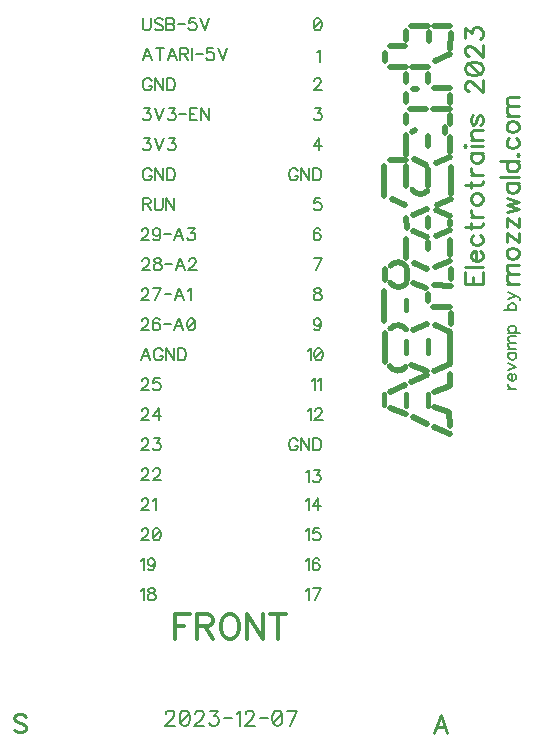
<source format=gbr>
G04 DipTrace 3.3.1.3*
G04 TopSilk.gbr*
%MOIN*%
G04 #@! TF.FileFunction,Legend,Top*
G04 #@! TF.Part,Single*
%ADD14C,0.015748*%
%ADD27C,0.019685*%
%ADD50C,0.009264*%
%ADD51C,0.006176*%
%ADD52C,0.00772*%
%ADD53C,0.012351*%
%FSLAX26Y26*%
G04*
G70*
G90*
G75*
G01*
G04 TopSilk*
%LPD*%
X1958485Y2191705D2*
D27*
Y2092059D1*
X2029968Y2129102D2*
D14*
X2030082Y2162864D1*
X2121868Y2140447D2*
D27*
X2178448Y2140173D1*
X2179519Y2084131D2*
Y2119943D1*
X1957961Y1812802D2*
D14*
X1957915Y1848478D1*
X1976623Y1804600D2*
D27*
X2029398Y1781910D1*
X2053074Y1773162D2*
X2102203Y1750471D1*
X2124511Y1739536D2*
X2175919Y1716846D1*
X2029854Y1810478D2*
D14*
X2029922Y1849435D1*
X2103570Y1810478D2*
X2103729Y1850528D1*
X2125423Y1807334D2*
D27*
X2175463Y1789154D1*
X2176374Y1744047D1*
X2123600Y1855586D2*
X2176374Y1876089D1*
X2176830Y1916549D1*
X1977991Y1856953D2*
X2028942Y1879233D1*
X2047992Y1888254D2*
X2101223Y1912585D1*
X2123600Y1924751D2*
X2178197Y1949355D1*
X2177742Y2055836D1*
X2127679Y2079893D1*
X2030971Y1987765D2*
D14*
X2030515Y2025081D1*
X2104686Y1987765D2*
X2104732Y2028361D1*
X2048220Y1946621D2*
D27*
X2101223Y1925434D1*
X2054783Y2062397D2*
X2100767Y2083447D1*
X1959397Y2054332D2*
Y1954686D1*
X1976692Y1942384D2*
G03X2029467Y1939240I27590J18622D01*
G01*
X2030857Y2064447D2*
G03X1978082Y2067591I-27590J-18622D01*
G01*
X2123144Y2211525D2*
X2179724Y2211252D1*
X2179952Y2232029D2*
X2179724Y2265108D1*
X2097303Y2201547D2*
X2054464Y2219590D1*
X2104413Y2161087D2*
X2104436Y2184461D1*
X2099423Y2267842D2*
X2056583Y2286021D1*
X2128750Y2272079D2*
X2177559Y2293949D1*
X2178152Y2314589D2*
Y2364618D1*
X2100858Y2373093D2*
X2055740Y2393049D1*
X2105233Y2332632D2*
X2104983Y2357920D1*
X2031449Y2302971D2*
X2031221Y2366531D1*
X1959305Y2229568D2*
Y2266065D1*
X2026094Y2480121D2*
X1983255Y2498164D1*
X2098785Y2613256D2*
X2055945Y2631436D1*
X2101086Y2466862D2*
X2053735Y2446495D1*
X2032771Y2404258D2*
X2032269Y2436107D1*
X2104618Y2404941D2*
X2104094Y2436653D1*
X2176921Y2395510D2*
X2129570Y2375143D1*
X2176420Y2442941D2*
X2131279Y2462898D1*
X2177969Y2411502D2*
Y2427632D1*
X1978492Y2220957D2*
G03X2031267Y2217813I27590J18622D01*
G01*
X2031996Y2274266D2*
G03X1979198Y2277410I-27603J-18652D01*
G01*
X2032839Y2230115D2*
Y2266475D1*
X1958895Y2508142D2*
X1958804Y2609019D1*
X2030879Y2544501D2*
X2030674Y2610112D1*
X2030173Y2647975D2*
X2029968Y2713450D1*
X2031130Y2628839D2*
X1977193Y2628976D1*
X2103274Y2544501D2*
X2103524Y2599587D1*
X2052185Y2530696D2*
G03X2102271Y2526322I26750J17354D01*
G01*
X2180134Y2499804D2*
X2132806Y2479437D1*
X2179747Y2517710D2*
X2179656Y2604782D1*
X2176762Y2639501D2*
X2129410Y2619134D1*
X2179063Y2657817D2*
X2178630Y2707982D1*
X2177673Y2748169D2*
X2177833Y2779334D1*
X2159740Y2720284D2*
Y2739284D1*
X2051342Y2721651D2*
X2060867Y2729169D1*
X2105119Y2677500D2*
X2104709Y2710716D1*
X2030264Y2752270D2*
X2030241Y2780838D1*
X2045144Y2798607D2*
X2098078D1*
X2119475Y2798471D2*
X2178471Y2798607D1*
X2054099Y2867772D2*
X2068751D1*
X2029649Y2822255D2*
Y2850823D1*
X2031153Y2889096D2*
Y2917664D1*
X2105233Y2889096D2*
Y2917664D1*
X2124785Y2868046D2*
X2177719D1*
X2177445Y2819248D2*
X2177423Y2847816D1*
X2051456Y2938851D2*
X2104413D1*
X1976623D2*
X2029580D1*
X1975872Y3009930D2*
X2028829D1*
X2046944Y3077181D2*
X2104481Y3076771D1*
X2125537Y3077181D2*
X2178494D1*
X2127041Y2959081D2*
X2177810Y2981635D1*
X1960467Y2958671D2*
X1960445Y2987239D1*
X2029284Y3031253D2*
X2029261Y3059821D1*
X2107125Y3027152D2*
X2107102Y3055721D1*
X2178562Y3000908D2*
X2179314Y3053534D1*
X2226975Y2255148D2*
D50*
Y2217874D1*
X2287263D1*
Y2255147D1*
X2255693Y2217874D2*
Y2240822D1*
X2226975Y2273675D2*
X2287263D1*
X2264315Y2292202D2*
Y2326624D1*
X2258545D1*
X2252775Y2323772D1*
X2249923Y2320920D1*
X2247071Y2315150D1*
Y2306528D1*
X2249923Y2300824D1*
X2255693Y2295054D1*
X2264315Y2292202D1*
X2270019D1*
X2278641Y2295054D1*
X2284345Y2300824D1*
X2287263Y2306528D1*
Y2315150D1*
X2284345Y2320920D1*
X2278641Y2326624D1*
X2255693Y2379639D2*
X2249923Y2373869D1*
X2247071Y2368099D1*
Y2359543D1*
X2249923Y2353773D1*
X2255693Y2348069D1*
X2264315Y2345151D1*
X2270019D1*
X2278641Y2348069D1*
X2284345Y2353773D1*
X2287263Y2359543D1*
Y2368099D1*
X2284345Y2373869D1*
X2278641Y2379639D1*
X2226975Y2406788D2*
X2275789D1*
X2284345Y2409640D1*
X2287263Y2415410D1*
Y2421114D1*
X2247071Y2398166D2*
Y2418262D1*
Y2439641D2*
X2287263D1*
X2264315D2*
X2255693Y2442559D1*
X2249923Y2448263D1*
X2247071Y2454033D1*
Y2462655D1*
Y2495508D2*
X2249923Y2489804D1*
X2255693Y2484034D1*
X2264315Y2481182D1*
X2270019D1*
X2278641Y2484034D1*
X2284345Y2489804D1*
X2287263Y2495508D1*
Y2504130D1*
X2284345Y2509900D1*
X2278641Y2515604D1*
X2270019Y2518522D1*
X2264315D1*
X2255693Y2515604D1*
X2249923Y2509900D1*
X2247071Y2504130D1*
Y2495508D1*
X2226975Y2545671D2*
X2275789D1*
X2284345Y2548523D1*
X2287263Y2554294D1*
Y2559997D1*
X2247071Y2537049D2*
Y2557145D1*
Y2578524D2*
X2287263D1*
X2264315D2*
X2255693Y2581443D1*
X2249923Y2587146D1*
X2247071Y2592917D1*
Y2601539D1*
Y2654488D2*
X2287263D1*
X2255693D2*
X2249923Y2648784D1*
X2247071Y2643014D1*
Y2634458D1*
X2249923Y2628688D1*
X2255693Y2622984D1*
X2264315Y2620066D1*
X2270019D1*
X2278641Y2622984D1*
X2284345Y2628688D1*
X2287263Y2634458D1*
Y2643014D1*
X2284345Y2648784D1*
X2278641Y2654488D1*
X2226975Y2673015D2*
X2229827Y2675867D1*
X2226975Y2678785D1*
X2224057Y2675867D1*
X2226975Y2673015D1*
X2247071Y2675867D2*
X2287263D1*
X2247071Y2697312D2*
X2287263D1*
X2258545D2*
X2249923Y2705934D1*
X2247071Y2711704D1*
Y2720260D1*
X2249923Y2726030D1*
X2258545Y2728882D1*
X2287263D1*
X2255693Y2778979D2*
X2249923Y2776127D1*
X2247071Y2767505D1*
Y2758883D1*
X2249923Y2750261D1*
X2255693Y2747409D1*
X2261397Y2750261D1*
X2264315Y2756031D1*
X2267167Y2770357D1*
X2270019Y2776127D1*
X2275789Y2778979D1*
X2278641D1*
X2284345Y2776127D1*
X2287263Y2767505D1*
Y2758883D1*
X2284345Y2750261D1*
X2278641Y2747409D1*
X2241367Y2858745D2*
X2238515D1*
X2232745Y2861597D1*
X2229893Y2864449D1*
X2227041Y2870219D1*
Y2881693D1*
X2229893Y2887397D1*
X2232745Y2890249D1*
X2238515Y2893167D1*
X2244219D1*
X2249989Y2890249D1*
X2258545Y2884545D1*
X2287263Y2855827D1*
Y2896019D1*
X2227041Y2931790D2*
X2229893Y2923168D1*
X2238515Y2917398D1*
X2252841Y2914546D1*
X2261463D1*
X2275789Y2917398D1*
X2284411Y2923168D1*
X2287263Y2931790D1*
Y2937494D1*
X2284411Y2946116D1*
X2275789Y2951820D1*
X2261463Y2954738D1*
X2252841D1*
X2238515Y2951820D1*
X2229893Y2946116D1*
X2227041Y2937494D1*
Y2931790D1*
X2238515Y2951820D2*
X2275789Y2917398D1*
X2241367Y2976184D2*
X2238515D1*
X2232745Y2979036D1*
X2229893Y2981887D1*
X2227041Y2987658D1*
Y2999132D1*
X2229893Y3004835D1*
X2232745Y3007687D1*
X2238515Y3010606D1*
X2244219D1*
X2249989Y3007687D1*
X2258545Y3001983D1*
X2287263Y2973265D1*
Y3013457D1*
X2227041Y3037755D2*
Y3069258D1*
X2249989Y3052081D1*
Y3060703D1*
X2252841Y3066406D1*
X2255693Y3069258D1*
X2264315Y3072177D1*
X2270019D1*
X2278641Y3069258D1*
X2284411Y3063554D1*
X2287263Y3054932D1*
Y3046310D1*
X2284411Y3037755D1*
X2281493Y3034903D1*
X2275789Y3031985D1*
X2371089Y1866331D2*
D51*
X2397884D1*
X2382585D2*
X2376837Y1868277D1*
X2372990Y1872079D1*
X2371089Y1875926D1*
Y1881674D1*
X2382585Y1894025D2*
Y1916973D1*
X2378738D1*
X2374892Y1915072D1*
X2372990Y1913171D1*
X2371089Y1909324D1*
Y1903576D1*
X2372990Y1899773D1*
X2376837Y1895927D1*
X2382585Y1894025D1*
X2386388D1*
X2392136Y1895927D1*
X2395938Y1899773D1*
X2397884Y1903576D1*
Y1909324D1*
X2395938Y1913171D1*
X2392136Y1916973D1*
X2371089Y1929325D2*
X2397884Y1940821D1*
X2371089Y1952273D1*
Y1987572D2*
X2397884D1*
X2376837D2*
X2372990Y1983769D1*
X2371089Y1979923D1*
Y1974219D1*
X2372990Y1970372D1*
X2376837Y1966569D1*
X2382585Y1964624D1*
X2386388D1*
X2392136Y1966569D1*
X2395938Y1970372D1*
X2397884Y1974219D1*
Y1979923D1*
X2395938Y1983769D1*
X2392136Y1987572D1*
X2371089Y1999923D2*
X2397884D1*
X2378738D2*
X2372990Y2005671D1*
X2371089Y2009518D1*
Y2015222D1*
X2372990Y2019069D1*
X2378738Y2020970D1*
X2397884D1*
X2378738D2*
X2372990Y2026718D1*
X2371089Y2030565D1*
Y2036268D1*
X2372990Y2040115D1*
X2378738Y2042061D1*
X2397884D1*
X2371089Y2054412D2*
X2411281D1*
X2376837D2*
X2373034Y2058259D1*
X2371089Y2062061D1*
Y2067809D1*
X2373034Y2071656D1*
X2376837Y2075459D1*
X2382585Y2077404D1*
X2386432D1*
X2392136Y2075459D1*
X2395982Y2071656D1*
X2397884Y2067809D1*
Y2062061D1*
X2395982Y2058259D1*
X2392136Y2054412D1*
X2357692Y2128636D2*
X2397884D1*
X2376837D2*
X2372990Y2132483D1*
X2371089Y2136286D1*
Y2142034D1*
X2372990Y2145836D1*
X2376837Y2149683D1*
X2382585Y2151584D1*
X2386388D1*
X2392136Y2149683D1*
X2395938Y2145836D1*
X2397884Y2142034D1*
Y2136286D1*
X2395938Y2132483D1*
X2392136Y2128636D1*
X2371089Y2165881D2*
X2397884Y2177333D1*
X2405533Y2173530D1*
X2409380Y2169684D1*
X2411281Y2165881D1*
Y2163936D1*
X2371089Y2188829D2*
X2397884Y2177333D1*
X1229760Y781912D2*
D52*
Y784289D1*
X1232137Y789097D1*
X1234513Y791474D1*
X1239322Y793851D1*
X1248883D1*
X1253637Y791474D1*
X1256013Y789097D1*
X1258445Y784289D1*
Y779536D1*
X1256013Y774727D1*
X1251260Y767598D1*
X1227328Y743666D1*
X1260822D1*
X1290631Y793851D2*
X1283446Y791474D1*
X1278637Y784289D1*
X1276261Y772351D1*
Y765166D1*
X1278637Y753228D1*
X1283446Y746042D1*
X1290631Y743666D1*
X1295384D1*
X1302569Y746042D1*
X1307322Y753228D1*
X1309754Y765166D1*
Y772351D1*
X1307322Y784289D1*
X1302569Y791474D1*
X1295384Y793851D1*
X1290631D1*
X1307322Y784289D2*
X1278637Y753228D1*
X1327625Y781912D2*
Y784289D1*
X1330002Y789097D1*
X1332379Y791474D1*
X1337187Y793851D1*
X1346749D1*
X1351502Y791474D1*
X1353878Y789097D1*
X1356310Y784289D1*
Y779536D1*
X1353878Y774727D1*
X1349125Y767598D1*
X1325193Y743666D1*
X1358687D1*
X1378935Y793851D2*
X1405188D1*
X1390873Y774727D1*
X1398058D1*
X1402811Y772351D1*
X1405188Y769974D1*
X1407619Y762789D1*
Y758036D1*
X1405188Y750851D1*
X1400434Y746042D1*
X1393249Y743666D1*
X1386064D1*
X1378935Y746042D1*
X1376558Y748474D1*
X1374126Y753228D1*
X1423059Y768758D2*
X1450693D1*
X1466133Y784289D2*
X1470941Y786721D1*
X1478126Y793851D1*
Y743666D1*
X1495997Y781912D2*
Y784289D1*
X1498374Y789097D1*
X1500750Y791474D1*
X1505559Y793851D1*
X1515121D1*
X1519874Y791474D1*
X1522250Y789097D1*
X1524682Y784289D1*
Y779536D1*
X1522250Y774727D1*
X1517497Y767598D1*
X1493565Y743666D1*
X1527059D1*
X1542498Y768758D2*
X1570133D1*
X1599942Y793851D2*
X1592757Y791474D1*
X1587949Y784289D1*
X1585572Y772351D1*
Y765166D1*
X1587949Y753228D1*
X1592757Y746042D1*
X1599942Y743666D1*
X1604695D1*
X1611880Y746042D1*
X1616633Y753228D1*
X1619065Y765166D1*
Y772351D1*
X1616633Y784289D1*
X1611880Y791474D1*
X1604695Y793851D1*
X1599942D1*
X1616633Y784289D2*
X1587949Y753228D1*
X1644066Y743666D2*
X1667998Y793851D1*
X1634505D1*
X1153731Y3102279D2*
D51*
Y3073583D1*
X1155632Y3067835D1*
X1159479Y3064032D1*
X1165227Y3062087D1*
X1169030D1*
X1174778Y3064032D1*
X1178624Y3067835D1*
X1180526Y3073583D1*
Y3102279D1*
X1219672Y3096531D2*
X1215869Y3100377D1*
X1210121Y3102279D1*
X1202472D1*
X1196724Y3100377D1*
X1192877Y3096531D1*
Y3092728D1*
X1194822Y3088881D1*
X1196724Y3086980D1*
X1200526Y3085079D1*
X1212022Y3081232D1*
X1215869Y3079331D1*
X1217770Y3077385D1*
X1219672Y3073583D1*
Y3067835D1*
X1215869Y3064032D1*
X1210121Y3062087D1*
X1202472D1*
X1196724Y3064032D1*
X1192877Y3067835D1*
X1232023Y3102279D2*
Y3062087D1*
X1249267D1*
X1255015Y3064032D1*
X1256916Y3065933D1*
X1258818Y3069736D1*
Y3075484D1*
X1256916Y3079331D1*
X1255015Y3081232D1*
X1249267Y3083133D1*
X1255015Y3085079D1*
X1256916Y3086980D1*
X1258818Y3090783D1*
Y3094629D1*
X1256916Y3098432D1*
X1255015Y3100377D1*
X1249267Y3102279D1*
X1232023D1*
Y3083133D2*
X1249267D1*
X1271169Y3082161D2*
X1293277D1*
X1328576Y3102234D2*
X1309475D1*
X1307574Y3085035D1*
X1309475Y3086936D1*
X1315223Y3088881D1*
X1320927D1*
X1326675Y3086936D1*
X1330522Y3083133D1*
X1332423Y3077385D1*
Y3073583D1*
X1330522Y3067835D1*
X1326675Y3063988D1*
X1320927Y3062087D1*
X1315223D1*
X1309475Y3063988D1*
X1307574Y3065933D1*
X1305628Y3069736D1*
X1344774Y3102279D2*
X1360073Y3062087D1*
X1375372Y3102279D1*
X1184372Y2962087D2*
X1169030Y3002279D1*
X1153731Y2962087D1*
X1159479Y2975484D2*
X1178624D1*
X1210121Y3002279D2*
Y2962087D1*
X1196724Y3002279D2*
X1223518D1*
X1266511Y2962087D2*
X1251168Y3002279D1*
X1235870Y2962087D1*
X1241618Y2975484D2*
X1260763D1*
X1278863Y2983133D2*
X1296062D1*
X1301811Y2985079D1*
X1303756Y2986980D1*
X1305657Y2990783D1*
Y2994629D1*
X1303756Y2998432D1*
X1301811Y3000377D1*
X1296062Y3002279D1*
X1278863D1*
Y2962087D1*
X1292260Y2983133D2*
X1305657Y2962087D1*
X1318009Y3002279D2*
Y2962087D1*
X1330360Y2982161D2*
X1352468D1*
X1387767Y3002234D2*
X1368666D1*
X1366765Y2985035D1*
X1368666Y2986936D1*
X1374414Y2988881D1*
X1380118D1*
X1385866Y2986936D1*
X1389713Y2983133D1*
X1391614Y2977385D1*
Y2973583D1*
X1389713Y2967835D1*
X1385866Y2963988D1*
X1380118Y2962087D1*
X1374414D1*
X1368666Y2963988D1*
X1366765Y2965933D1*
X1364819Y2969736D1*
X1403965Y3002279D2*
X1419264Y2962087D1*
X1434563Y3002279D1*
X1182427Y2892728D2*
X1180526Y2896531D1*
X1176679Y2900377D1*
X1172876Y2902279D1*
X1165227D1*
X1161380Y2900377D1*
X1157578Y2896531D1*
X1155632Y2892728D1*
X1153731Y2886980D1*
Y2877385D1*
X1155632Y2871681D1*
X1157578Y2867835D1*
X1161380Y2864032D1*
X1165227Y2862087D1*
X1172876D1*
X1176679Y2864032D1*
X1180526Y2867835D1*
X1182427Y2871681D1*
Y2877385D1*
X1172876D1*
X1221573Y2902279D2*
Y2862087D1*
X1194778Y2902279D1*
Y2862087D1*
X1233924Y2902279D2*
Y2862087D1*
X1247322D1*
X1253070Y2864032D1*
X1256916Y2867835D1*
X1258818Y2871681D1*
X1260719Y2877385D1*
Y2886980D1*
X1258818Y2892728D1*
X1256916Y2896531D1*
X1253070Y2900377D1*
X1247322Y2902279D1*
X1233924D1*
X1157578Y2802234D2*
X1178580D1*
X1167128Y2786936D1*
X1172876D1*
X1176679Y2785035D1*
X1178580Y2783133D1*
X1180526Y2777385D1*
Y2773583D1*
X1178580Y2767835D1*
X1174778Y2763988D1*
X1169030Y2762087D1*
X1163281D1*
X1157578Y2763988D1*
X1155676Y2765933D1*
X1153731Y2769736D1*
X1192877Y2802279D2*
X1208176Y2762087D1*
X1223474Y2802279D1*
X1239672Y2802234D2*
X1260675D1*
X1249223Y2786936D1*
X1254971D1*
X1258773Y2785035D1*
X1260675Y2783133D1*
X1262620Y2777385D1*
Y2773583D1*
X1260675Y2767835D1*
X1256872Y2763988D1*
X1251124Y2762087D1*
X1245376D1*
X1239672Y2763988D1*
X1237771Y2765933D1*
X1235826Y2769736D1*
X1274972Y2782161D2*
X1297079D1*
X1334280Y2802279D2*
X1309431D1*
Y2762087D1*
X1334280D1*
X1309431Y2783133D2*
X1324729D1*
X1373426Y2802279D2*
Y2762087D1*
X1346631Y2802279D1*
Y2762087D1*
X1157578Y2702234D2*
X1178580D1*
X1167128Y2686936D1*
X1172876D1*
X1176679Y2685035D1*
X1178580Y2683133D1*
X1180526Y2677385D1*
Y2673583D1*
X1178580Y2667835D1*
X1174778Y2663988D1*
X1169030Y2662087D1*
X1163281D1*
X1157578Y2663988D1*
X1155676Y2665933D1*
X1153731Y2669736D1*
X1192877Y2702279D2*
X1208176Y2662087D1*
X1223474Y2702279D1*
X1239672Y2702234D2*
X1260675D1*
X1249223Y2686936D1*
X1254971D1*
X1258773Y2685035D1*
X1260675Y2683133D1*
X1262620Y2677385D1*
Y2673583D1*
X1260675Y2667835D1*
X1256872Y2663988D1*
X1251124Y2662087D1*
X1245376D1*
X1239672Y2663988D1*
X1237771Y2665933D1*
X1235826Y2669736D1*
X1182427Y2592728D2*
X1180526Y2596531D1*
X1176679Y2600377D1*
X1172876Y2602279D1*
X1165227D1*
X1161380Y2600377D1*
X1157578Y2596531D1*
X1155632Y2592728D1*
X1153731Y2586980D1*
Y2577385D1*
X1155632Y2571681D1*
X1157578Y2567835D1*
X1161380Y2564032D1*
X1165227Y2562087D1*
X1172876D1*
X1176679Y2564032D1*
X1180526Y2567835D1*
X1182427Y2571681D1*
Y2577385D1*
X1172876D1*
X1221573Y2602279D2*
Y2562087D1*
X1194778Y2602279D1*
Y2562087D1*
X1233924Y2602279D2*
Y2562087D1*
X1247322D1*
X1253070Y2564032D1*
X1256916Y2567835D1*
X1258818Y2571681D1*
X1260719Y2577385D1*
Y2586980D1*
X1258818Y2592728D1*
X1256916Y2596531D1*
X1253070Y2600377D1*
X1247322Y2602279D1*
X1233924D1*
X1153731Y2483133D2*
X1170931D1*
X1176679Y2485079D1*
X1178624Y2486980D1*
X1180526Y2490783D1*
Y2494629D1*
X1178624Y2498432D1*
X1176679Y2500377D1*
X1170931Y2502279D1*
X1153731D1*
Y2462087D1*
X1167128Y2483133D2*
X1180526Y2462087D1*
X1192877Y2502279D2*
Y2473583D1*
X1194778Y2467835D1*
X1198625Y2464032D1*
X1204373Y2462087D1*
X1208176D1*
X1213924Y2464032D1*
X1217770Y2467835D1*
X1219672Y2473583D1*
Y2502279D1*
X1258818D2*
Y2462087D1*
X1232023Y2502279D1*
Y2462087D1*
X1149427Y2392684D2*
Y2394585D1*
X1151328Y2398432D1*
X1153230Y2400333D1*
X1157076Y2402234D1*
X1164726D1*
X1168528Y2400333D1*
X1170429Y2398432D1*
X1172375Y2394585D1*
Y2390783D1*
X1170429Y2386936D1*
X1166627Y2381232D1*
X1147482Y2362087D1*
X1174276D1*
X1211521Y2388881D2*
X1209576Y2383133D1*
X1205773Y2379286D1*
X1200025Y2377385D1*
X1198124D1*
X1192376Y2379286D1*
X1188573Y2383133D1*
X1186628Y2388881D1*
Y2390783D1*
X1188573Y2396531D1*
X1192376Y2400333D1*
X1198124Y2402234D1*
X1200025D1*
X1205773Y2400333D1*
X1209576Y2396531D1*
X1211521Y2388881D1*
Y2379286D1*
X1209576Y2369736D1*
X1205773Y2363988D1*
X1200025Y2362087D1*
X1196222D1*
X1190474Y2363988D1*
X1188573Y2367835D1*
X1223872Y2382161D2*
X1245980D1*
X1288973Y2362087D2*
X1273630Y2402279D1*
X1258332Y2362087D1*
X1264080Y2375484D2*
X1283225D1*
X1305171Y2402234D2*
X1326174D1*
X1314722Y2386936D1*
X1320470D1*
X1324272Y2385035D1*
X1326174Y2383133D1*
X1328119Y2377385D1*
Y2373583D1*
X1326174Y2367835D1*
X1322371Y2363988D1*
X1316623Y2362087D1*
X1310875D1*
X1305171Y2363988D1*
X1303270Y2365933D1*
X1301324Y2369736D1*
X1151884Y2292684D2*
Y2294585D1*
X1153785Y2298432D1*
X1155686Y2300333D1*
X1159533Y2302234D1*
X1167182D1*
X1170985Y2300333D1*
X1172886Y2298432D1*
X1174832Y2294585D1*
Y2290783D1*
X1172886Y2286936D1*
X1169084Y2281232D1*
X1149938Y2262087D1*
X1176733D1*
X1198635Y2302234D2*
X1192931Y2300333D1*
X1190986Y2296531D1*
Y2292684D1*
X1192931Y2288881D1*
X1196734Y2286936D1*
X1204383Y2285035D1*
X1210131Y2283133D1*
X1213933Y2279286D1*
X1215835Y2275484D1*
Y2269736D1*
X1213933Y2265933D1*
X1212032Y2263988D1*
X1206284Y2262087D1*
X1198635D1*
X1192931Y2263988D1*
X1190986Y2265933D1*
X1189084Y2269736D1*
Y2275484D1*
X1190986Y2279286D1*
X1194832Y2283133D1*
X1200536Y2285035D1*
X1208185Y2286936D1*
X1212032Y2288881D1*
X1213933Y2292684D1*
Y2296531D1*
X1212032Y2300333D1*
X1206284Y2302234D1*
X1198635D1*
X1228186Y2282161D2*
X1250294D1*
X1293287Y2262087D2*
X1277944Y2302279D1*
X1262645Y2262087D1*
X1268393Y2275484D2*
X1287539D1*
X1307584Y2292684D2*
Y2294585D1*
X1309485Y2298432D1*
X1311386Y2300333D1*
X1315233Y2302234D1*
X1322882D1*
X1326685Y2300333D1*
X1328586Y2298432D1*
X1330532Y2294585D1*
Y2290783D1*
X1328586Y2286936D1*
X1324784Y2281232D1*
X1305638Y2262087D1*
X1332433D1*
X1149427Y2192684D2*
Y2194585D1*
X1151328Y2198432D1*
X1153230Y2200333D1*
X1157076Y2202234D1*
X1164726D1*
X1168528Y2200333D1*
X1170429Y2198432D1*
X1172375Y2194585D1*
Y2190783D1*
X1170429Y2186936D1*
X1166627Y2181232D1*
X1147482Y2162087D1*
X1174276D1*
X1194277D2*
X1213422Y2202234D1*
X1186628D1*
X1225774Y2182161D2*
X1247881D1*
X1290874Y2162087D2*
X1275532Y2202279D1*
X1260233Y2162087D1*
X1265981Y2175484D2*
X1285126D1*
X1303226Y2194585D2*
X1307072Y2196531D1*
X1312821Y2202234D1*
Y2162087D1*
X1149427Y2092684D2*
Y2094585D1*
X1151328Y2098432D1*
X1153230Y2100333D1*
X1157076Y2102234D1*
X1164726D1*
X1168528Y2100333D1*
X1170429Y2098432D1*
X1172375Y2094585D1*
Y2090783D1*
X1170429Y2086936D1*
X1166627Y2081232D1*
X1147482Y2062087D1*
X1174276D1*
X1209576Y2096531D2*
X1207674Y2100333D1*
X1201926Y2102234D1*
X1198124D1*
X1192376Y2100333D1*
X1188529Y2094585D1*
X1186628Y2085035D1*
Y2075484D1*
X1188529Y2067835D1*
X1192376Y2063988D1*
X1198124Y2062087D1*
X1200025D1*
X1205729Y2063988D1*
X1209576Y2067835D1*
X1211477Y2073583D1*
Y2075484D1*
X1209576Y2081232D1*
X1205729Y2085035D1*
X1200025Y2086936D1*
X1198124D1*
X1192376Y2085035D1*
X1188529Y2081232D1*
X1186628Y2075484D1*
X1223828Y2082161D2*
X1245936D1*
X1288929Y2062087D2*
X1273586Y2102279D1*
X1258287Y2062087D1*
X1264035Y2075484D2*
X1283181D1*
X1312776Y2102234D2*
X1307028Y2100333D1*
X1303182Y2094585D1*
X1301280Y2085035D1*
Y2079286D1*
X1303182Y2069736D1*
X1307028Y2063988D1*
X1312776Y2062087D1*
X1316579D1*
X1322327Y2063988D1*
X1326129Y2069736D1*
X1328075Y2079286D1*
Y2085035D1*
X1326129Y2094585D1*
X1322327Y2100333D1*
X1316579Y2102234D1*
X1312776D1*
X1326129Y2094585D2*
X1303182Y2069736D1*
X1178123Y1962087D2*
X1162780Y2002279D1*
X1147482Y1962087D1*
X1153230Y1975484D2*
X1172375D1*
X1219170Y1992728D2*
X1217269Y1996531D1*
X1213422Y2000377D1*
X1209620Y2002279D1*
X1201970D1*
X1198124Y2000377D1*
X1194321Y1996531D1*
X1192376Y1992728D1*
X1190474Y1986980D1*
Y1977385D1*
X1192376Y1971681D1*
X1194321Y1967835D1*
X1198124Y1964032D1*
X1201970Y1962087D1*
X1209620D1*
X1213422Y1964032D1*
X1217269Y1967835D1*
X1219170Y1971681D1*
Y1977385D1*
X1209620D1*
X1258316Y2002279D2*
Y1962087D1*
X1231522Y2002279D1*
Y1962087D1*
X1270668Y2002279D2*
Y1962087D1*
X1284065D1*
X1289813Y1964032D1*
X1293660Y1967835D1*
X1295561Y1971681D1*
X1297462Y1977385D1*
Y1986980D1*
X1295561Y1992728D1*
X1293660Y1996531D1*
X1289813Y2000377D1*
X1284065Y2002279D1*
X1270668D1*
X1149427Y1892684D2*
Y1894585D1*
X1151328Y1898432D1*
X1153230Y1900333D1*
X1157076Y1902234D1*
X1164726D1*
X1168528Y1900333D1*
X1170429Y1898432D1*
X1172375Y1894585D1*
Y1890783D1*
X1170429Y1886936D1*
X1166627Y1881232D1*
X1147482Y1862087D1*
X1174276D1*
X1209576Y1902234D2*
X1190474D1*
X1188573Y1885035D1*
X1190474Y1886936D1*
X1196222Y1888881D1*
X1201926D1*
X1207674Y1886936D1*
X1211521Y1883133D1*
X1213422Y1877385D1*
Y1873583D1*
X1211521Y1867835D1*
X1207674Y1863988D1*
X1201926Y1862087D1*
X1196222D1*
X1190474Y1863988D1*
X1188573Y1865933D1*
X1186628Y1869736D1*
X1149427Y1792684D2*
Y1794585D1*
X1151328Y1798432D1*
X1153230Y1800333D1*
X1157076Y1802234D1*
X1164726D1*
X1168528Y1800333D1*
X1170429Y1798432D1*
X1172375Y1794585D1*
Y1790783D1*
X1170429Y1786936D1*
X1166627Y1781232D1*
X1147482Y1762087D1*
X1174276D1*
X1205773D2*
Y1802234D1*
X1186628Y1775484D1*
X1215324D1*
X1149427Y1692684D2*
Y1694585D1*
X1151328Y1698432D1*
X1153230Y1700333D1*
X1157076Y1702234D1*
X1164726D1*
X1168528Y1700333D1*
X1170429Y1698432D1*
X1172375Y1694585D1*
Y1690783D1*
X1170429Y1686936D1*
X1166627Y1681232D1*
X1147482Y1662087D1*
X1174276D1*
X1190474Y1702234D2*
X1211477D1*
X1200025Y1686936D1*
X1205773D1*
X1209576Y1685035D1*
X1211477Y1683133D1*
X1213422Y1677385D1*
Y1673583D1*
X1211477Y1667835D1*
X1207674Y1663988D1*
X1201926Y1662087D1*
X1196178D1*
X1190474Y1663988D1*
X1188573Y1665933D1*
X1186628Y1669736D1*
X1149427Y1592684D2*
Y1594585D1*
X1151328Y1598432D1*
X1153230Y1600333D1*
X1157076Y1602234D1*
X1164726D1*
X1168528Y1600333D1*
X1170429Y1598432D1*
X1172375Y1594585D1*
Y1590783D1*
X1170429Y1586936D1*
X1166627Y1581232D1*
X1147482Y1562087D1*
X1174276D1*
X1188573Y1592684D2*
Y1594585D1*
X1190474Y1598432D1*
X1192376Y1600333D1*
X1196222Y1602234D1*
X1203872D1*
X1207674Y1600333D1*
X1209576Y1598432D1*
X1211521Y1594585D1*
Y1590783D1*
X1209576Y1586936D1*
X1205773Y1581232D1*
X1186628Y1562087D1*
X1213422D1*
X1149427Y1492684D2*
Y1494585D1*
X1151328Y1498432D1*
X1153230Y1500333D1*
X1157076Y1502234D1*
X1164726D1*
X1168528Y1500333D1*
X1170429Y1498432D1*
X1172375Y1494585D1*
Y1490783D1*
X1170429Y1486936D1*
X1166627Y1481232D1*
X1147482Y1462087D1*
X1174276D1*
X1186628Y1494585D2*
X1190474Y1496531D1*
X1196222Y1502234D1*
Y1462087D1*
X1149427Y1392684D2*
Y1394585D1*
X1151328Y1398432D1*
X1153230Y1400333D1*
X1157076Y1402234D1*
X1164726D1*
X1168528Y1400333D1*
X1170429Y1398432D1*
X1172375Y1394585D1*
Y1390783D1*
X1170429Y1386936D1*
X1166627Y1381232D1*
X1147482Y1362087D1*
X1174276D1*
X1198124Y1402234D2*
X1192376Y1400333D1*
X1188529Y1394585D1*
X1186628Y1385035D1*
Y1379286D1*
X1188529Y1369736D1*
X1192376Y1363988D1*
X1198124Y1362087D1*
X1201926D1*
X1207674Y1363988D1*
X1211477Y1369736D1*
X1213422Y1379286D1*
Y1385035D1*
X1211477Y1394585D1*
X1207674Y1400333D1*
X1201926Y1402234D1*
X1198124D1*
X1211477Y1394585D2*
X1188529Y1369736D1*
X1147482Y1294585D2*
X1151328Y1296531D1*
X1157076Y1302234D1*
Y1262087D1*
X1194321Y1288881D2*
X1192376Y1283133D1*
X1188573Y1279286D1*
X1182825Y1277385D1*
X1180924D1*
X1175176Y1279286D1*
X1171373Y1283133D1*
X1169428Y1288881D1*
Y1290783D1*
X1171373Y1296531D1*
X1175176Y1300333D1*
X1180924Y1302234D1*
X1182825D1*
X1188573Y1300333D1*
X1192376Y1296531D1*
X1194321Y1288881D1*
Y1279286D1*
X1192376Y1269736D1*
X1188573Y1263988D1*
X1182825Y1262087D1*
X1179023D1*
X1173274Y1263988D1*
X1171373Y1267835D1*
X1147482Y1194585D2*
X1151328Y1196531D1*
X1157076Y1202234D1*
Y1162087D1*
X1178978Y1202234D2*
X1173274Y1200333D1*
X1171329Y1196531D1*
Y1192684D1*
X1173274Y1188881D1*
X1177077Y1186936D1*
X1184726Y1185035D1*
X1190474Y1183133D1*
X1194277Y1179286D1*
X1196178Y1175484D1*
Y1169736D1*
X1194277Y1165933D1*
X1192376Y1163988D1*
X1186628Y1162087D1*
X1178978D1*
X1173274Y1163988D1*
X1171329Y1165933D1*
X1169428Y1169736D1*
Y1175484D1*
X1171329Y1179286D1*
X1175176Y1183133D1*
X1180880Y1185035D1*
X1188529Y1186936D1*
X1192376Y1188881D1*
X1194277Y1192684D1*
Y1196531D1*
X1192376Y1200333D1*
X1186628Y1202234D1*
X1178978D1*
X1733978Y3102234D2*
X1728230Y3100333D1*
X1724383Y3094585D1*
X1722482Y3085035D1*
Y3079286D1*
X1724383Y3069736D1*
X1728230Y3063988D1*
X1733978Y3062087D1*
X1737780D1*
X1743528Y3063988D1*
X1747331Y3069736D1*
X1749276Y3079286D1*
Y3085035D1*
X1747331Y3094585D1*
X1743528Y3100333D1*
X1737780Y3102234D1*
X1733978D1*
X1747331Y3094585D2*
X1724383Y3069736D1*
X1734982Y2988336D2*
X1738828Y2990281D1*
X1744576Y2995985D1*
Y2955837D1*
X1724427Y2892684D2*
Y2894585D1*
X1726328Y2898432D1*
X1728230Y2900333D1*
X1732076Y2902234D1*
X1739726D1*
X1743528Y2900333D1*
X1745429Y2898432D1*
X1747375Y2894585D1*
Y2890783D1*
X1745429Y2886936D1*
X1741627Y2881232D1*
X1722482Y2862087D1*
X1749276D1*
X1726328Y2802234D2*
X1747331D1*
X1735879Y2786936D1*
X1741627D1*
X1745429Y2785035D1*
X1747331Y2783133D1*
X1749276Y2777385D1*
Y2773583D1*
X1747331Y2767835D1*
X1743528Y2763988D1*
X1737780Y2762087D1*
X1732032D1*
X1726328Y2763988D1*
X1724427Y2765933D1*
X1722482Y2769736D1*
X1741627Y2662087D2*
Y2702234D1*
X1722482Y2675484D1*
X1751177D1*
X1669928Y2592728D2*
X1668027Y2596531D1*
X1664180Y2600377D1*
X1660378Y2602279D1*
X1652728D1*
X1648882Y2600377D1*
X1645079Y2596531D1*
X1643133Y2592728D1*
X1641232Y2586980D1*
Y2577385D1*
X1643133Y2571681D1*
X1645079Y2567835D1*
X1648882Y2564032D1*
X1652728Y2562087D1*
X1660378D1*
X1664180Y2564032D1*
X1668027Y2567835D1*
X1669928Y2571681D1*
Y2577385D1*
X1660378D1*
X1709074Y2602279D2*
Y2562087D1*
X1682280Y2602279D1*
Y2562087D1*
X1721426Y2602279D2*
Y2562087D1*
X1734823D1*
X1740571Y2564032D1*
X1744418Y2567835D1*
X1746319Y2571681D1*
X1748220Y2577385D1*
Y2586980D1*
X1746319Y2592728D1*
X1744418Y2596531D1*
X1740571Y2600377D1*
X1734823Y2602279D1*
X1721426D1*
X1745429Y2502234D2*
X1726328D1*
X1724427Y2485035D1*
X1726328Y2486936D1*
X1732076Y2488881D1*
X1737780D1*
X1743528Y2486936D1*
X1747375Y2483133D1*
X1749276Y2477385D1*
Y2473583D1*
X1747375Y2467835D1*
X1743528Y2463988D1*
X1737780Y2462087D1*
X1732076D1*
X1726328Y2463988D1*
X1724427Y2465933D1*
X1722482Y2469736D1*
X1745429Y2396531D2*
X1743528Y2400333D1*
X1737780Y2402234D1*
X1733978D1*
X1728230Y2400333D1*
X1724383Y2394585D1*
X1722482Y2385035D1*
Y2375484D1*
X1724383Y2367835D1*
X1728230Y2363988D1*
X1733978Y2362087D1*
X1735879D1*
X1741583Y2363988D1*
X1745429Y2367835D1*
X1747331Y2373583D1*
Y2375484D1*
X1745429Y2381232D1*
X1741583Y2385035D1*
X1735879Y2386936D1*
X1733978D1*
X1728230Y2385035D1*
X1724383Y2381232D1*
X1722482Y2375484D1*
X1730131Y2262087D2*
X1749276Y2302234D1*
X1722482D1*
X1732032Y2202234D2*
X1726328Y2200333D1*
X1724383Y2196531D1*
Y2192684D1*
X1726328Y2188881D1*
X1730131Y2186936D1*
X1737780Y2185035D1*
X1743528Y2183133D1*
X1747331Y2179286D1*
X1749232Y2175484D1*
Y2169736D1*
X1747331Y2165933D1*
X1745429Y2163988D1*
X1739681Y2162087D1*
X1732032D1*
X1726328Y2163988D1*
X1724383Y2165933D1*
X1722482Y2169736D1*
Y2175484D1*
X1724383Y2179286D1*
X1728230Y2183133D1*
X1733933Y2185035D1*
X1741583Y2186936D1*
X1745429Y2188881D1*
X1747331Y2192684D1*
Y2196531D1*
X1745429Y2200333D1*
X1739681Y2202234D1*
X1732032D1*
X1747375Y2088881D2*
X1745429Y2083133D1*
X1741627Y2079286D1*
X1735879Y2077385D1*
X1733978D1*
X1728230Y2079286D1*
X1724427Y2083133D1*
X1722482Y2088881D1*
Y2090783D1*
X1724427Y2096531D1*
X1728230Y2100333D1*
X1733978Y2102234D1*
X1735879D1*
X1741627Y2100333D1*
X1745429Y2096531D1*
X1747375Y2088881D1*
Y2079286D1*
X1745429Y2069736D1*
X1741627Y2063988D1*
X1735879Y2062087D1*
X1732076D1*
X1726328Y2063988D1*
X1724427Y2067835D1*
X1703731Y1994585D2*
X1707578Y1996531D1*
X1713326Y2002234D1*
Y1962087D1*
X1737173Y2002234D2*
X1731425Y2000333D1*
X1727578Y1994585D1*
X1725677Y1985035D1*
Y1979286D1*
X1727578Y1969736D1*
X1731425Y1963988D1*
X1737173Y1962087D1*
X1740976D1*
X1746724Y1963988D1*
X1750526Y1969736D1*
X1752472Y1979286D1*
Y1985035D1*
X1750526Y1994585D1*
X1746724Y2000333D1*
X1740976Y2002234D1*
X1737173D1*
X1750526Y1994585D2*
X1727578Y1969736D1*
X1716231Y1894585D2*
X1720078Y1896531D1*
X1725826Y1902234D1*
Y1862087D1*
X1738177Y1894585D2*
X1742024Y1896531D1*
X1747772Y1902234D1*
Y1862087D1*
X1703732Y1794585D2*
X1707579Y1796531D1*
X1713327Y1802234D1*
Y1762087D1*
X1727624Y1792684D2*
Y1794585D1*
X1729525Y1798432D1*
X1731426Y1800333D1*
X1735273Y1802234D1*
X1742922D1*
X1746725Y1800333D1*
X1748626Y1798432D1*
X1750572Y1794585D1*
Y1790783D1*
X1748626Y1786936D1*
X1744824Y1781232D1*
X1725678Y1762087D1*
X1752473D1*
X1669928Y1692728D2*
X1668027Y1696531D1*
X1664180Y1700377D1*
X1660378Y1702279D1*
X1652728D1*
X1648882Y1700377D1*
X1645079Y1696531D1*
X1643133Y1692728D1*
X1641232Y1686980D1*
Y1677385D1*
X1643133Y1671681D1*
X1645079Y1667835D1*
X1648882Y1664032D1*
X1652728Y1662087D1*
X1660378D1*
X1664180Y1664032D1*
X1668027Y1667835D1*
X1669928Y1671681D1*
Y1677385D1*
X1660378D1*
X1709074Y1702279D2*
Y1662087D1*
X1682280Y1702279D1*
Y1662087D1*
X1721426Y1702279D2*
Y1662087D1*
X1734823D1*
X1740571Y1664032D1*
X1744418Y1667835D1*
X1746319Y1671681D1*
X1748220Y1677385D1*
Y1686980D1*
X1746319Y1692728D1*
X1744418Y1696531D1*
X1740571Y1700377D1*
X1734823Y1702279D1*
X1721426D1*
X1697482Y1588336D2*
X1701328Y1590281D1*
X1707076Y1595985D1*
Y1555837D1*
X1723274Y1595985D2*
X1744277D1*
X1732825Y1580686D1*
X1738573D1*
X1742376Y1578785D1*
X1744277Y1576884D1*
X1746222Y1571136D1*
Y1567333D1*
X1744277Y1561585D1*
X1740474Y1557739D1*
X1734726Y1555837D1*
X1728978D1*
X1723274Y1557739D1*
X1721373Y1559684D1*
X1719428Y1563487D1*
X1697482Y1494585D2*
X1701328Y1496531D1*
X1707076Y1502234D1*
Y1462087D1*
X1738573D2*
Y1502234D1*
X1719428Y1475484D1*
X1748124D1*
X1697482Y1394585D2*
X1701328Y1396531D1*
X1707076Y1402234D1*
Y1362087D1*
X1742376Y1402234D2*
X1723274D1*
X1721373Y1385035D1*
X1723274Y1386936D1*
X1729023Y1388881D1*
X1734726D1*
X1740474Y1386936D1*
X1744321Y1383133D1*
X1746222Y1377385D1*
Y1373583D1*
X1744321Y1367835D1*
X1740474Y1363988D1*
X1734726Y1362087D1*
X1729023D1*
X1723274Y1363988D1*
X1721373Y1365933D1*
X1719428Y1369736D1*
X1697482Y1294585D2*
X1701328Y1296531D1*
X1707076Y1302234D1*
Y1262087D1*
X1742376Y1296531D2*
X1740474Y1300333D1*
X1734726Y1302234D1*
X1730924D1*
X1725176Y1300333D1*
X1721329Y1294585D1*
X1719428Y1285035D1*
Y1275484D1*
X1721329Y1267835D1*
X1725176Y1263988D1*
X1730924Y1262087D1*
X1732825D1*
X1738529Y1263988D1*
X1742376Y1267835D1*
X1744277Y1273583D1*
Y1275484D1*
X1742376Y1281232D1*
X1738529Y1285035D1*
X1732825Y1286936D1*
X1730924D1*
X1725176Y1285035D1*
X1721329Y1281232D1*
X1719428Y1275484D1*
X1697482Y1194585D2*
X1701328Y1196531D1*
X1707076Y1202234D1*
Y1162087D1*
X1727077D2*
X1746222Y1202234D1*
X1719428D1*
X2365822Y2217874D2*
D50*
X2406014D1*
X2377296D2*
X2368674Y2226496D1*
X2365822Y2232266D1*
Y2240822D1*
X2368674Y2246592D1*
X2377296Y2249444D1*
X2406014D1*
X2377296D2*
X2368674Y2258066D1*
X2365822Y2263836D1*
Y2272392D1*
X2368674Y2278162D1*
X2377296Y2281080D1*
X2406014D1*
X2365822Y2313933D2*
X2368674Y2308229D1*
X2374444Y2302459D1*
X2383066Y2299607D1*
X2388770D1*
X2397392Y2302459D1*
X2403096Y2308229D1*
X2406014Y2313933D1*
Y2322555D1*
X2403096Y2328325D1*
X2397392Y2334029D1*
X2388770Y2336947D1*
X2383066D1*
X2374444Y2334029D1*
X2368674Y2328325D1*
X2365822Y2322555D1*
Y2313933D1*
Y2355474D2*
Y2387044D1*
X2406014Y2355474D1*
Y2387044D1*
X2365822Y2405571D2*
Y2437141D1*
X2406014Y2405571D1*
Y2437141D1*
X2365822Y2455668D2*
X2406014Y2467142D1*
X2365822Y2478616D1*
X2406014Y2490090D1*
X2365822Y2501564D1*
Y2554513D2*
X2406014D1*
X2374444D2*
X2368674Y2548809D1*
X2365822Y2543039D1*
Y2534483D1*
X2368674Y2528713D1*
X2374444Y2523009D1*
X2383066Y2520091D1*
X2388770D1*
X2397392Y2523009D1*
X2403096Y2528713D1*
X2406014Y2534483D1*
Y2543039D1*
X2403096Y2548809D1*
X2397392Y2554513D1*
X2345726Y2573040D2*
X2406014D1*
X2345726Y2625989D2*
X2406014D1*
X2374444D2*
X2368674Y2620285D1*
X2365822Y2614515D1*
Y2605893D1*
X2368674Y2600189D1*
X2374444Y2594419D1*
X2383066Y2591567D1*
X2388770D1*
X2397392Y2594419D1*
X2403096Y2600189D1*
X2406014Y2605893D1*
Y2614515D1*
X2403096Y2620285D1*
X2397392Y2625989D1*
X2400244Y2647368D2*
X2403162Y2644516D1*
X2406014Y2647368D1*
X2403162Y2650286D1*
X2400244Y2647368D1*
X2374444Y2703302D2*
X2368674Y2697532D1*
X2365822Y2691761D1*
Y2683206D1*
X2368674Y2677436D1*
X2374444Y2671732D1*
X2383066Y2668813D1*
X2388770D1*
X2397392Y2671732D1*
X2403096Y2677436D1*
X2406014Y2683206D1*
Y2691761D1*
X2403096Y2697532D1*
X2397392Y2703302D1*
X2365822Y2736155D2*
X2368674Y2730451D1*
X2374444Y2724681D1*
X2383066Y2721829D1*
X2388770D1*
X2397392Y2724681D1*
X2403096Y2730451D1*
X2406014Y2736155D1*
Y2744777D1*
X2403096Y2750547D1*
X2397392Y2756251D1*
X2388770Y2759169D1*
X2383066D1*
X2374444Y2756251D1*
X2368674Y2750547D1*
X2365822Y2744777D1*
Y2736155D1*
Y2777696D2*
X2406014D1*
X2377296D2*
X2368674Y2786318D1*
X2365822Y2792088D1*
Y2800644D1*
X2368674Y2806414D1*
X2377296Y2809266D1*
X2406014D1*
X2377296D2*
X2368674Y2817888D1*
X2365822Y2823658D1*
Y2832214D1*
X2368674Y2837984D1*
X2377296Y2840902D1*
X2406014D1*
X1310681Y1114981D2*
D53*
X1260894D1*
Y1034597D1*
Y1076690D2*
X1291492D1*
X1335384D2*
X1369784D1*
X1381280Y1080581D1*
X1385171Y1084383D1*
X1388973Y1091988D1*
Y1099682D1*
X1385171Y1107287D1*
X1381280Y1111178D1*
X1369784Y1114981D1*
X1335384D1*
Y1034597D1*
X1362179Y1076690D2*
X1388973Y1034597D1*
X1436668Y1114981D2*
X1428975Y1111178D1*
X1421370Y1103485D1*
X1417479Y1095879D1*
X1413676Y1084383D1*
Y1065194D1*
X1417479Y1053786D1*
X1421370Y1046093D1*
X1428975Y1038488D1*
X1436668Y1034597D1*
X1451967D1*
X1459572Y1038488D1*
X1467265Y1046093D1*
X1471068Y1053786D1*
X1474870Y1065194D1*
Y1084383D1*
X1471068Y1095879D1*
X1467265Y1103485D1*
X1459572Y1111178D1*
X1451967Y1114981D1*
X1436668D1*
X1553163D2*
Y1034597D1*
X1499573Y1114981D1*
Y1034597D1*
X1604660Y1114981D2*
Y1034597D1*
X1577865Y1114981D2*
X1631455D1*
X2168820Y720716D2*
D50*
X2145806Y781004D1*
X2122858Y720716D1*
X2131480Y740812D2*
X2160198D1*
X764630Y773540D2*
X758926Y779310D1*
X750304Y782162D1*
X738830D1*
X730208Y779310D1*
X724438Y773540D1*
Y767836D1*
X727356Y762066D1*
X730208Y759214D1*
X735912Y756362D1*
X753156Y750592D1*
X758926Y747740D1*
X761778Y744822D1*
X764630Y739118D1*
Y730496D1*
X758926Y724792D1*
X750304Y721874D1*
X738830D1*
X730208Y724792D1*
X724438Y730496D1*
M02*

</source>
